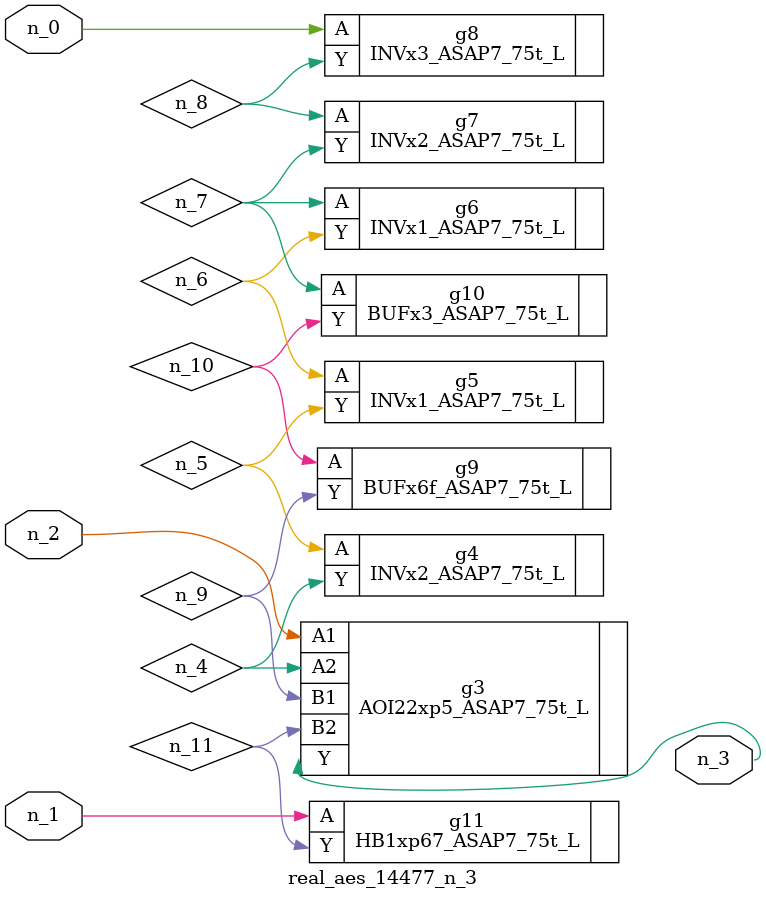
<source format=v>
module real_aes_14477_n_3 (n_0, n_2, n_1, n_3);
input n_0;
input n_2;
input n_1;
output n_3;
wire n_4;
wire n_5;
wire n_7;
wire n_9;
wire n_6;
wire n_8;
wire n_10;
wire n_11;
INVx3_ASAP7_75t_L g8 ( .A(n_0), .Y(n_8) );
HB1xp67_ASAP7_75t_L g11 ( .A(n_1), .Y(n_11) );
AOI22xp5_ASAP7_75t_L g3 ( .A1(n_2), .A2(n_4), .B1(n_9), .B2(n_11), .Y(n_3) );
INVx2_ASAP7_75t_L g4 ( .A(n_5), .Y(n_4) );
INVx1_ASAP7_75t_L g5 ( .A(n_6), .Y(n_5) );
INVx1_ASAP7_75t_L g6 ( .A(n_7), .Y(n_6) );
BUFx3_ASAP7_75t_L g10 ( .A(n_7), .Y(n_10) );
INVx2_ASAP7_75t_L g7 ( .A(n_8), .Y(n_7) );
BUFx6f_ASAP7_75t_L g9 ( .A(n_10), .Y(n_9) );
endmodule
</source>
